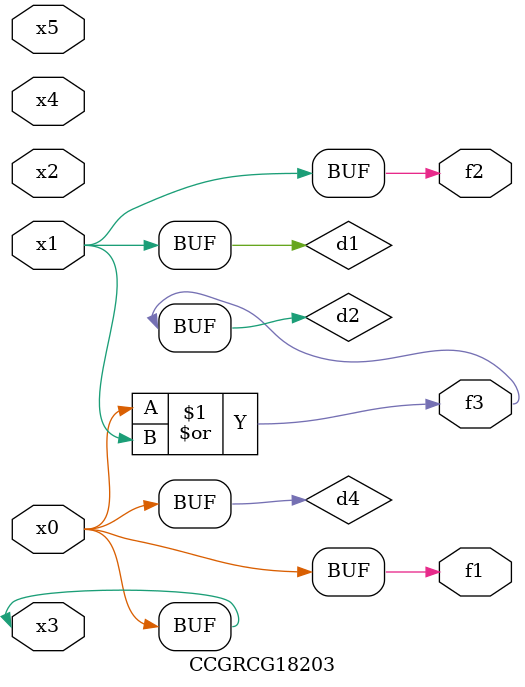
<source format=v>
module CCGRCG18203(
	input x0, x1, x2, x3, x4, x5,
	output f1, f2, f3
);

	wire d1, d2, d3, d4;

	and (d1, x1);
	or (d2, x0, x1);
	nand (d3, x0, x5);
	buf (d4, x0, x3);
	assign f1 = d4;
	assign f2 = d1;
	assign f3 = d2;
endmodule

</source>
